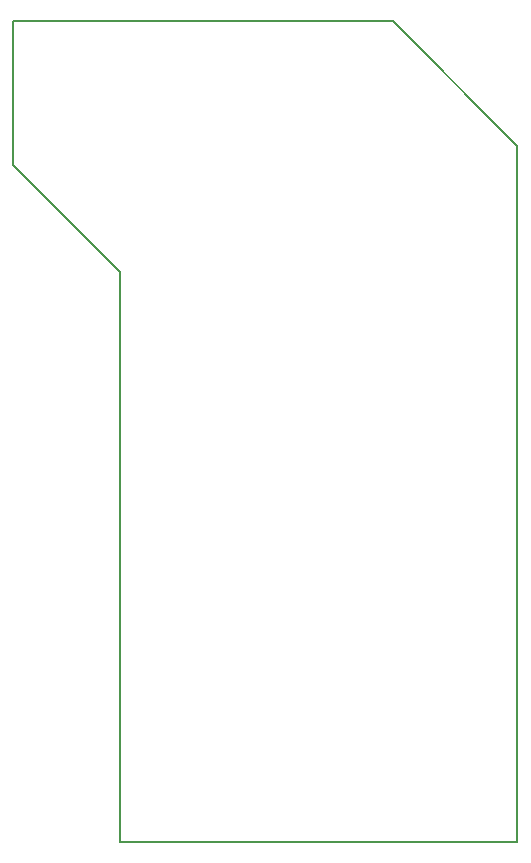
<source format=gko>
G04*
G04 #@! TF.GenerationSoftware,Altium Limited,Altium Designer,24.7.2 (38)*
G04*
G04 Layer_Color=16711935*
%FSLAX44Y44*%
%MOMM*%
G71*
G04*
G04 #@! TF.SameCoordinates,60CCB1E2-045B-4953-842A-C3EC13AC8E9E*
G04*
G04*
G04 #@! TF.FilePolarity,Positive*
G04*
G01*
G75*
%ADD16C,0.1270*%
D16*
X1003300Y431800D02*
X1003300Y867410D01*
Y1021080D01*
X666750Y431800D02*
X1003300D01*
X897890Y1126490D02*
X1003300Y1021080D01*
X576580Y1095375D02*
Y1126490D01*
Y1004570D02*
Y1033145D01*
Y1126490D02*
X685800D01*
X666750Y431800D02*
Y914400D01*
X576580Y1004570D02*
X666750Y914400D01*
X576580Y1033145D02*
Y1095375D01*
X685800Y1126490D02*
X897890D01*
M02*

</source>
